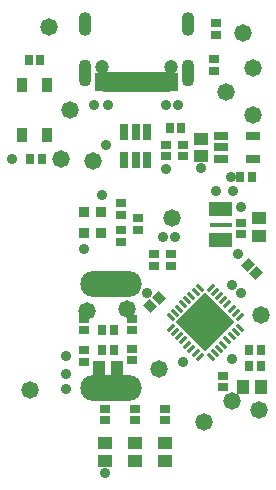
<source format=gts>
G04*
G04 #@! TF.GenerationSoftware,Altium Limited,Altium Designer,21.7.2 (23)*
G04*
G04 Layer_Color=8388736*
%FSLAX25Y25*%
%MOIN*%
G70*
G04*
G04 #@! TF.SameCoordinates,D6489F60-8050-45FC-BC62-49AB9328694B*
G04*
G04*
G04 #@! TF.FilePolarity,Negative*
G04*
G01*
G75*
G04:AMPARAMS|DCode=20|XSize=35.43mil|YSize=31.5mil|CornerRadius=1.58mil|HoleSize=0mil|Usage=FLASHONLY|Rotation=270.000|XOffset=0mil|YOffset=0mil|HoleType=Round|Shape=RoundedRectangle|*
%AMROUNDEDRECTD20*
21,1,0.03543,0.02835,0,0,270.0*
21,1,0.03228,0.03150,0,0,270.0*
1,1,0.00315,-0.01417,-0.01614*
1,1,0.00315,-0.01417,0.01614*
1,1,0.00315,0.01417,0.01614*
1,1,0.00315,0.01417,-0.01614*
%
%ADD20ROUNDEDRECTD20*%
%ADD32R,0.03556X0.03162*%
G04:AMPARAMS|DCode=33|XSize=31.62mil|YSize=35.56mil|CornerRadius=0mil|HoleSize=0mil|Usage=FLASHONLY|Rotation=45.000|XOffset=0mil|YOffset=0mil|HoleType=Round|Shape=Rectangle|*
%AMROTATEDRECTD33*
4,1,4,0.00139,-0.02375,-0.02375,0.00139,-0.00139,0.02375,0.02375,-0.00139,0.00139,-0.02375,0.0*
%
%ADD33ROTATEDRECTD33*%

G04:AMPARAMS|DCode=34|XSize=31.62mil|YSize=35.56mil|CornerRadius=0mil|HoleSize=0mil|Usage=FLASHONLY|Rotation=315.000|XOffset=0mil|YOffset=0mil|HoleType=Round|Shape=Rectangle|*
%AMROTATEDRECTD34*
4,1,4,-0.02375,-0.00139,0.00139,0.02375,0.02375,0.00139,-0.00139,-0.02375,-0.02375,-0.00139,0.0*
%
%ADD34ROTATEDRECTD34*%

%ADD35R,0.03950X0.04737*%
%ADD36R,0.03162X0.03556*%
%ADD37R,0.04934X0.03162*%
G04:AMPARAMS|DCode=38|XSize=13.78mil|YSize=31.5mil|CornerRadius=2.46mil|HoleSize=0mil|Usage=FLASHONLY|Rotation=135.000|XOffset=0mil|YOffset=0mil|HoleType=Round|Shape=RoundedRectangle|*
%AMROUNDEDRECTD38*
21,1,0.01378,0.02657,0,0,135.0*
21,1,0.00886,0.03150,0,0,135.0*
1,1,0.00492,0.00626,0.01253*
1,1,0.00492,0.01253,0.00626*
1,1,0.00492,-0.00626,-0.01253*
1,1,0.00492,-0.01253,-0.00626*
%
%ADD38ROUNDEDRECTD38*%
G04:AMPARAMS|DCode=39|XSize=13.78mil|YSize=31.5mil|CornerRadius=2.46mil|HoleSize=0mil|Usage=FLASHONLY|Rotation=225.000|XOffset=0mil|YOffset=0mil|HoleType=Round|Shape=RoundedRectangle|*
%AMROUNDEDRECTD39*
21,1,0.01378,0.02657,0,0,225.0*
21,1,0.00886,0.03150,0,0,225.0*
1,1,0.00492,-0.01253,0.00626*
1,1,0.00492,-0.00626,0.01253*
1,1,0.00492,0.01253,-0.00626*
1,1,0.00492,0.00626,-0.01253*
%
%ADD39ROUNDEDRECTD39*%
G04:AMPARAMS|DCode=40|XSize=141.34mil|YSize=141.34mil|CornerRadius=9.55mil|HoleSize=0mil|Usage=FLASHONLY|Rotation=225.000|XOffset=0mil|YOffset=0mil|HoleType=Round|Shape=RoundedRectangle|*
%AMROUNDEDRECTD40*
21,1,0.14134,0.12224,0,0,225.0*
21,1,0.12224,0.14134,0,0,225.0*
1,1,0.01909,-0.08644,0.00000*
1,1,0.01909,0.00000,0.08644*
1,1,0.01909,0.08644,0.00000*
1,1,0.01909,0.00000,-0.08644*
%
%ADD40ROUNDEDRECTD40*%
%ADD41R,0.02205X0.04567*%
%ADD42R,0.07296X0.01784*%
%ADD43R,0.03359X0.04934*%
%ADD44R,0.03465X0.07008*%
%ADD45R,0.02913X0.06457*%
%ADD46R,0.02284X0.07008*%
%ADD47R,0.04737X0.03950*%
%ADD48R,0.03162X0.05524*%
%ADD49O,0.20485X0.08674*%
%ADD50C,0.04724*%
%ADD51O,0.04331X0.09055*%
%ADD52O,0.04331X0.07874*%
%ADD53C,0.05800*%
%ADD54C,0.03556*%
D20*
X27646Y90142D02*
D03*
Y82858D02*
D03*
X33354Y90142D02*
D03*
Y82858D02*
D03*
D32*
X45500Y87968D02*
D03*
Y84031D02*
D03*
X43500Y40532D02*
D03*
Y44469D02*
D03*
X27500Y54469D02*
D03*
Y50532D02*
D03*
X43500Y54469D02*
D03*
Y50532D02*
D03*
X27500Y40031D02*
D03*
Y43968D02*
D03*
X54500Y24468D02*
D03*
Y20531D02*
D03*
X44500Y24468D02*
D03*
Y20531D02*
D03*
X34500Y24468D02*
D03*
Y20531D02*
D03*
X74000Y35469D02*
D03*
Y31532D02*
D03*
X71000Y140969D02*
D03*
Y137031D02*
D03*
X71500Y149000D02*
D03*
Y152937D02*
D03*
X51000Y75968D02*
D03*
Y72031D02*
D03*
X56500Y75968D02*
D03*
Y72031D02*
D03*
X60500Y108531D02*
D03*
Y112469D02*
D03*
X55000Y108531D02*
D03*
Y112469D02*
D03*
X40000Y89000D02*
D03*
Y92937D02*
D03*
Y83969D02*
D03*
Y80032D02*
D03*
X80000Y86468D02*
D03*
Y82531D02*
D03*
D33*
X49608Y58608D02*
D03*
X52392Y61392D02*
D03*
D34*
X82108Y72392D02*
D03*
X84892Y69608D02*
D03*
D35*
X80547Y31500D02*
D03*
X86453D02*
D03*
X32547Y38000D02*
D03*
X38453D02*
D03*
D36*
X33531Y50500D02*
D03*
X37468D02*
D03*
X33531Y44000D02*
D03*
X37468D02*
D03*
X9532Y107500D02*
D03*
X13468D02*
D03*
X59969Y118000D02*
D03*
X56032D02*
D03*
X79532Y101500D02*
D03*
X83469D02*
D03*
X86468Y44000D02*
D03*
X82531D02*
D03*
X12968Y140500D02*
D03*
X9031D02*
D03*
X86468Y38500D02*
D03*
X82531D02*
D03*
D37*
X73283Y115240D02*
D03*
Y111500D02*
D03*
Y107760D02*
D03*
X83716D02*
D03*
Y115240D02*
D03*
D38*
X56394Y51381D02*
D03*
X57786Y49989D02*
D03*
X59178Y48597D02*
D03*
X60570Y47205D02*
D03*
X61962Y45813D02*
D03*
X63354Y44421D02*
D03*
X64745Y43029D02*
D03*
X66137Y41637D02*
D03*
X79500Y55000D02*
D03*
X78108Y56392D02*
D03*
X76716Y57784D02*
D03*
X75324Y59176D02*
D03*
X73932Y60568D02*
D03*
X72540Y61960D02*
D03*
X71148Y63352D02*
D03*
X69756Y64744D02*
D03*
D39*
Y41637D02*
D03*
X71148Y43029D02*
D03*
X72540Y44421D02*
D03*
X73932Y45813D02*
D03*
X75324Y47205D02*
D03*
X76716Y48597D02*
D03*
X78108Y49989D02*
D03*
X79500Y51381D02*
D03*
X66137Y64744D02*
D03*
X64745Y63352D02*
D03*
X63354Y61960D02*
D03*
X61962Y60568D02*
D03*
X60570Y59176D02*
D03*
X59178Y57784D02*
D03*
X57786Y56392D02*
D03*
X56394Y55000D02*
D03*
D40*
X67947Y53190D02*
D03*
D41*
X70095Y91130D02*
D03*
X72063D02*
D03*
X74032D02*
D03*
X76000D02*
D03*
X70095Y80500D02*
D03*
X72063D02*
D03*
X74032D02*
D03*
X76000D02*
D03*
D42*
X73047Y85815D02*
D03*
D43*
X15232Y132169D02*
D03*
Y115831D02*
D03*
X6768Y132169D02*
D03*
Y115831D02*
D03*
D44*
X54449Y133280D02*
D03*
X35551D02*
D03*
D45*
X57598D02*
D03*
X32402D02*
D03*
D46*
X51890D02*
D03*
X49921D02*
D03*
X47953D02*
D03*
X38110D02*
D03*
X40079D02*
D03*
X42047D02*
D03*
X44016D02*
D03*
X45984D02*
D03*
D47*
X54500Y12953D02*
D03*
Y7047D02*
D03*
X44500Y12953D02*
D03*
Y7047D02*
D03*
X34500Y12953D02*
D03*
Y7047D02*
D03*
X66500Y114453D02*
D03*
Y108547D02*
D03*
X86000Y82047D02*
D03*
Y87953D02*
D03*
D48*
X41020Y107445D02*
D03*
X44760D02*
D03*
X48500D02*
D03*
Y116500D02*
D03*
X44760D02*
D03*
X41020D02*
D03*
D49*
X36500Y31307D02*
D03*
Y65953D02*
D03*
D50*
X33583Y138201D02*
D03*
X56417D02*
D03*
D51*
X62028Y136232D02*
D03*
X27972D02*
D03*
D52*
Y152768D02*
D03*
X62028D02*
D03*
D53*
X86000Y24000D02*
D03*
X67500Y20000D02*
D03*
X9500Y30500D02*
D03*
X52500Y37500D02*
D03*
X28500Y57000D02*
D03*
X42000Y57500D02*
D03*
X57000Y88000D02*
D03*
X30500Y107000D02*
D03*
X23000Y124000D02*
D03*
X16000Y151500D02*
D03*
X75000Y130000D02*
D03*
X84000Y138000D02*
D03*
X80500Y149500D02*
D03*
X86500Y55500D02*
D03*
X77000Y27000D02*
D03*
X20000Y107500D02*
D03*
X83716Y122216D02*
D03*
D54*
X3500Y107500D02*
D03*
X48500Y63000D02*
D03*
X21500Y36000D02*
D03*
Y42000D02*
D03*
Y31000D02*
D03*
X80000Y91500D02*
D03*
X59000Y125594D02*
D03*
X60500Y40000D02*
D03*
X77000Y41000D02*
D03*
X34839Y112396D02*
D03*
X54839Y104396D02*
D03*
X66500Y104500D02*
D03*
X76500Y101500D02*
D03*
X79000Y76000D02*
D03*
X34500Y3000D02*
D03*
X71500Y97000D02*
D03*
X77237Y96845D02*
D03*
X77000Y65500D02*
D03*
X80000Y63000D02*
D03*
X54000Y81500D02*
D03*
X58000D02*
D03*
X27500Y77500D02*
D03*
X33500Y95500D02*
D03*
X55000Y125500D02*
D03*
X31000D02*
D03*
X35500D02*
D03*
M02*

</source>
